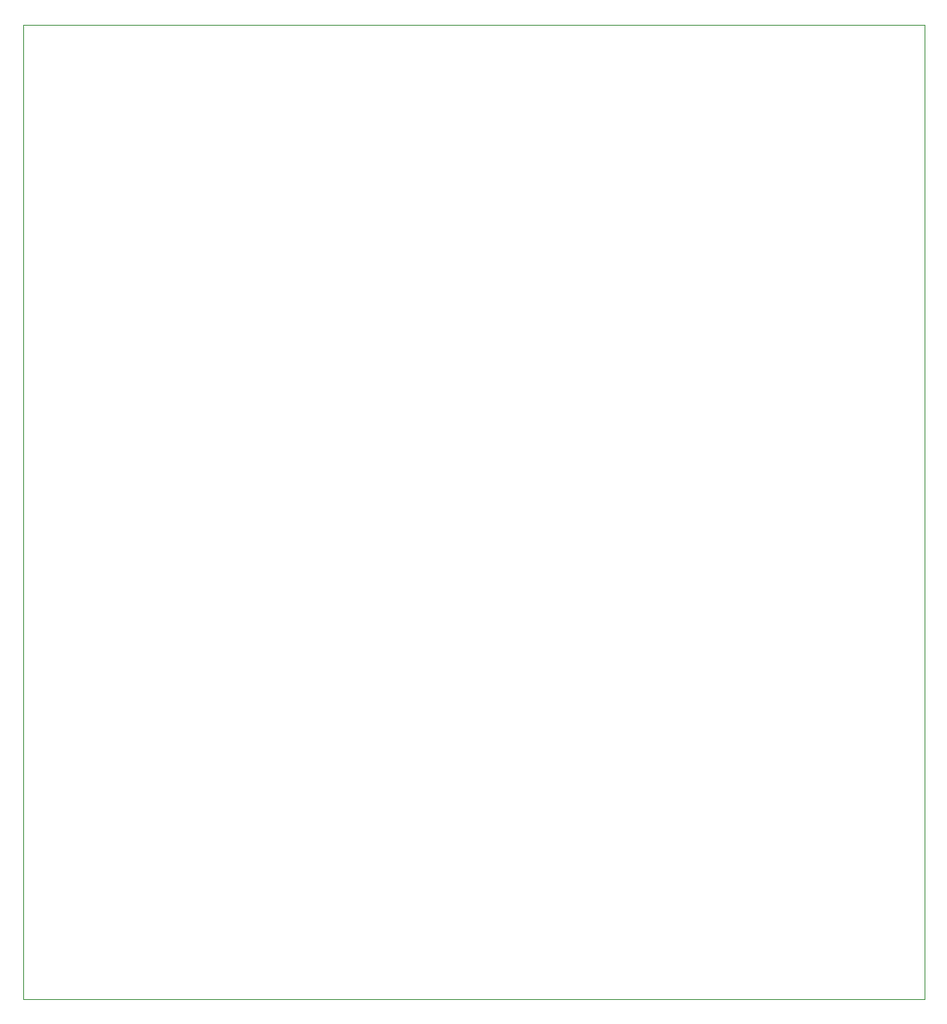
<source format=gm1>
G04 #@! TF.GenerationSoftware,KiCad,Pcbnew,6.0.2+dfsg-1*
G04 #@! TF.CreationDate,2023-09-16T21:21:40-06:00*
G04 #@! TF.ProjectId,ckt-xbeeio-acsw,636b742d-7862-4656-9569-6f2d61637377,rev?*
G04 #@! TF.SameCoordinates,Original*
G04 #@! TF.FileFunction,Profile,NP*
%FSLAX46Y46*%
G04 Gerber Fmt 4.6, Leading zero omitted, Abs format (unit mm)*
G04 Created by KiCad (PCBNEW 6.0.2+dfsg-1) date 2023-09-16 21:21:40*
%MOMM*%
%LPD*%
G01*
G04 APERTURE LIST*
G04 #@! TA.AperFunction,Profile*
%ADD10C,0.100000*%
G04 #@! TD*
G04 APERTURE END LIST*
D10*
X31750000Y-62484000D02*
X127000000Y-62484000D01*
X127000000Y-62484000D02*
X127000000Y-165354000D01*
X127000000Y-165354000D02*
X31750000Y-165354000D01*
X31750000Y-165354000D02*
X31750000Y-62484000D01*
M02*

</source>
